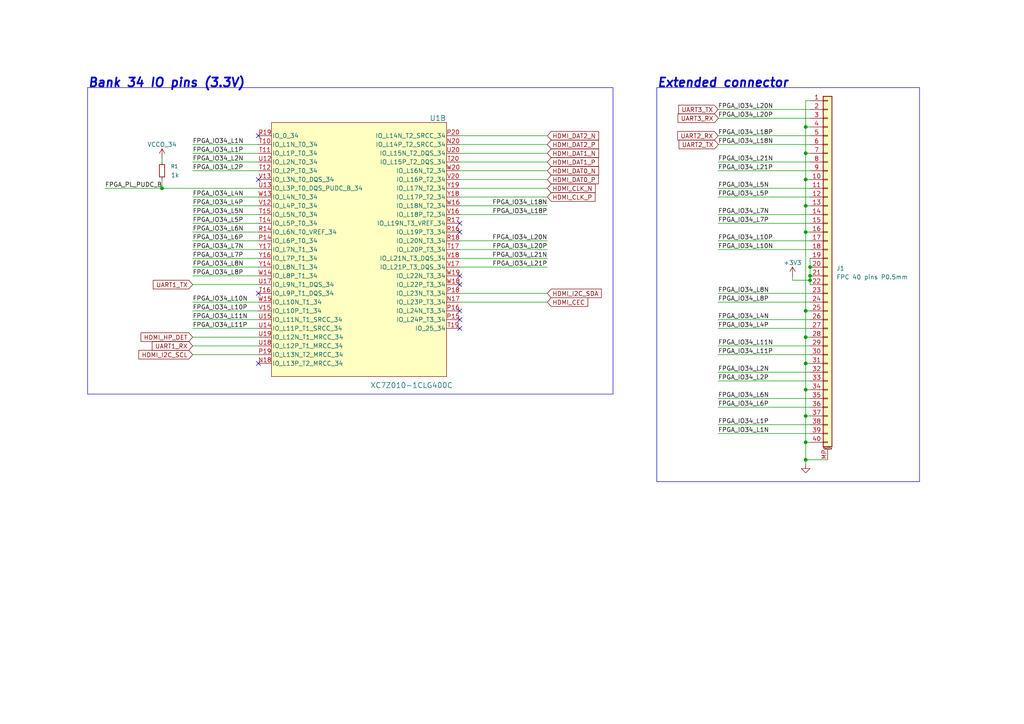
<source format=kicad_sch>
(kicad_sch (version 20250114) (generator "eeschema") (generator_version "9.0")
  (paper "A4")
  (title_block (title "FPGA Zynq7000 Dev Board") (date "2025-07-10") (rev "A"))
  (lib_symbols
    (symbol "Connector_Generic_MountingPin:Conn_01x40_MountingPin" (pin_names (offset 1.016) (hide yes))
      (property "Reference" "J" (at 0 50.8 0))
      (property "Value" "Conn_01x40_MountingPin" (at 1.27 -53.34 0))
      (symbol "Conn_01x40_MountingPin_1_1"
        (text "Mounting" (at 0 -52.451 0) (effects (font (size 0.381 0.381))))
        (pin passive line (at -5.08 48.26 0) (length 3.81) (name "Pin_1") (number "1"))
        (pin passive line (at -5.08 45.72 0) (length 3.81) (name "Pin_2") (number "2"))
        (pin passive line (at -5.08 43.18 0) (length 3.81) (name "Pin_3") (number "3"))
        (pin passive line (at -5.08 40.64 0) (length 3.81) (name "Pin_4") (number "4"))
        (pin passive line (at -5.08 38.1 0) (length 3.81) (name "Pin_5") (number "5"))
        (pin passive line (at -5.08 35.56 0) (length 3.81) (name "Pin_6") (number "6"))
        (pin passive line (at -5.08 33.02 0) (length 3.81) (name "Pin_7") (number "7"))
        (pin passive line (at -5.08 30.48 0) (length 3.81) (name "Pin_8") (number "8"))
        (pin passive line (at -5.08 27.94 0) (length 3.81) (name "Pin_9") (number "9"))
        (pin passive line (at -5.08 25.4 0) (length 3.81) (name "Pin_10") (number "10"))
        (pin passive line (at -5.08 22.86 0) (length 3.81) (name "Pin_11") (number "11"))
        (pin passive line (at -5.08 20.32 0) (length 3.81) (name "Pin_12") (number "12"))
        (pin passive line (at -5.08 17.78 0) (length 3.81) (name "Pin_13") (number "13"))
        (pin passive line (at -5.08 15.24 0) (length 3.81) (name "Pin_14") (number "14"))
        (pin passive line (at -5.08 12.7 0) (length 3.81) (name "Pin_15") (number "15"))
        (pin passive line (at -5.08 10.16 0) (length 3.81) (name "Pin_16") (number "16"))
        (pin passive line (at -5.08 7.62 0) (length 3.81) (name "Pin_17") (number "17"))
        (pin passive line (at -5.08 5.08 0) (length 3.81) (name "Pin_18") (number "18"))
        (pin passive line (at -5.08 2.54 0) (length 3.81) (name "Pin_19") (number "19"))
        (pin passive line (at -5.08 0 0) (length 3.81) (name "Pin_20") (number "20"))
        (pin passive line (at -5.08 -2.54 0) (length 3.81) (name "Pin_21") (number "21"))
        (pin passive line (at -5.08 -5.08 0) (length 3.81) (name "Pin_22") (number "22"))
        (pin passive line (at -5.08 -7.62 0) (length 3.81) (name "Pin_23") (number "23"))
        (pin passive line (at -5.08 -10.16 0) (length 3.81) (name "Pin_24") (number "24"))
        (pin passive line (at -5.08 -12.7 0) (length 3.81) (name "Pin_25") (number "25"))
        (pin passive line (at -5.08 -15.24 0) (length 3.81) (name "Pin_26") (number "26"))
        (pin passive line (at -5.08 -17.78 0) (length 3.81) (name "Pin_27") (number "27"))
        (pin passive line (at -5.08 -20.32 0) (length 3.81) (name "Pin_28") (number "28"))
        (pin passive line (at -5.08 -22.86 0) (length 3.81) (name "Pin_29") (number "29"))
        (pin passive line (at -5.08 -25.4 0) (length 3.81) (name "Pin_30") (number "30"))
        (pin passive line (at -5.08 -27.94 0) (length 3.81) (name "Pin_31") (number "31"))
        (pin passive line (at -5.08 -30.48 0) (length 3.81) (name "Pin_32") (number "32"))
        (pin passive line (at -5.08 -33.02 0) (length 3.81) (name "Pin_33") (number "33"))
        (pin passive line (at -5.08 -35.56 0) (length 3.81) (name "Pin_34") (number "34"))
        (pin passive line (at -5.08 -38.1 0) (length 3.81) (name "Pin_35") (number "35"))
        (pin passive line (at -5.08 -40.64 0) (length 3.81) (name "Pin_36") (number "36"))
        (pin passive line (at -5.08 -43.18 0) (length 3.81) (name "Pin_37") (number "37"))
        (pin passive line (at -5.08 -45.72 0) (length 3.81) (name "Pin_38") (number "38"))
        (pin passive line (at -5.08 -48.26 0) (length 3.81) (name "Pin_39") (number "39"))
        (pin passive line (at -5.08 -50.8 0) (length 3.81) (name "Pin_40") (number "40"))
        (pin passive line (at 0 -55.88 90) (length 3.048) (name "MountPin") (number "MP"))
      )
    )
    (symbol "Custom:XC7Z010-1CLG400C" (pin_names (offset 0.254))
      (symbol "XC7Z010-1CLG400C_1_1"
        (pin input line (at -3.81 -3.81 0) (length 3.81) (name "CFGBVS_0") (number "M6"))
        (pin bidirectional line (at -3.81 -6.35 0) (length 3.81) (name "INIT_B_0") (number "R10"))
        (pin input line (at -3.81 -8.89 0) (length 3.81) (name "PROGRAM_B_0") (number "L6"))
        (pin bidirectional line (at -3.81 -11.43 0) (length 3.81) (name "DONE_0") (number "R11"))
        (pin input line (at -3.81 -15.24 0) (length 3.81) (name "TCK_0") (number "F9"))
        (pin output line (at -3.81 -17.78 0) (length 3.81) (name "TDO_0") (number "F6"))
        (pin input line (at -3.81 -20.32 0) (length 3.81) (name "TDI_0") (number "G6"))
        (pin input line (at -3.81 -22.86 0) (length 3.81) (name "TMS_0") (number "J6"))
        (pin input line (at 41.91 -3.81 180) (length 3.81) (name "PS_CLK_500") (number "E7"))
        (pin input line (at 41.91 -6.35 180) (length 3.81) (name "PS_POR_B_500") (number "C7"))
        (pin input line (at 41.91 -8.89 180) (length 3.81) (name "PS_SRST_B_501") (number "B10"))
      )
      (symbol "XC7Z010-1CLG400C_2_1"
        (pin bidirectional line (at -3.81 -3.81 0) (length 3.81) (name "IO_0_34") (number "R19"))
        (pin bidirectional line (at -3.81 -6.35 0) (length 3.81) (name "IO_L1N_T0_34") (number "T10"))
        (pin bidirectional line (at -3.81 -8.89 0) (length 3.81) (name "IO_L1P_T0_34") (number "T11"))
        (pin bidirectional line (at -3.81 -11.43 0) (length 3.81) (name "IO_L2N_T0_34") (number "U12"))
        (pin bidirectional line (at -3.81 -13.97 0) (length 3.81) (name "IO_L2P_T0_34") (number "T12"))
        (pin bidirectional line (at -3.81 -16.51 0) (length 3.81) (name "IO_L3N_T0_DQS_34") (number "V13"))
        (pin bidirectional line (at -3.81 -19.05 0) (length 3.81) (name "IO_L3P_T0_DQS_PUDC_B_34") (number "U13"))
        (pin bidirectional line (at -3.81 -21.59 0) (length 3.81) (name "IO_L4N_T0_34") (number "W13"))
        (pin bidirectional line (at -3.81 -24.13 0) (length 3.81) (name "IO_L4P_T0_34") (number "V12"))
        (pin bidirectional line (at -3.81 -26.67 0) (length 3.81) (name "IO_L5N_T0_34") (number "T15"))
        (pin bidirectional line (at -3.81 -29.21 0) (length 3.81) (name "IO_L5P_T0_34") (number "T14"))
        (pin bidirectional line (at -3.81 -31.75 0) (length 3.81) (name "IO_L6N_T0_VREF_34") (number "R14"))
        (pin bidirectional line (at -3.81 -34.29 0) (length 3.81) (name "IO_L6P_T0_34") (number "P14"))
        (pin bidirectional line (at -3.81 -36.83 0) (length 3.81) (name "IO_L7N_T1_34") (number "Y17"))
        (pin bidirectional line (at -3.81 -39.37 0) (length 3.81) (name "IO_L7P_T1_34") (number "Y16"))
        (pin bidirectional line (at -3.81 -41.91 0) (length 3.81) (name "IO_L8N_T1_34") (number "Y14"))
        (pin bidirectional line (at -3.81 -44.45 0) (length 3.81) (name "IO_L8P_T1_34") (number "W14"))
        (pin bidirectional line (at -3.81 -46.99 0) (length 3.81) (name "IO_L9N_T1_DQS_34") (number "U17"))
        (pin bidirectional line (at -3.81 -49.53 0) (length 3.81) (name "IO_L9P_T1_DQS_34") (number "T16"))
        (pin bidirectional line (at -3.81 -52.07 0) (length 3.81) (name "IO_L10N_T1_34") (number "W15"))
        (pin bidirectional line (at -3.81 -54.61 0) (length 3.81) (name "IO_L10P_T1_34") (number "V15"))
        (pin bidirectional line (at -3.81 -57.15 0) (length 3.81) (name "IO_L11N_T1_SRCC_34") (number "U15"))
        (pin bidirectional line (at -3.81 -59.69 0) (length 3.81) (name "IO_L11P_T1_SRCC_34") (number "U14"))
        (pin bidirectional line (at -3.81 -62.23 0) (length 3.81) (name "IO_L12N_T1_MRCC_34") (number "U19"))
        (pin bidirectional line (at -3.81 -64.77 0) (length 3.81) (name "IO_L12P_T1_MRCC_34") (number "U18"))
        (pin bidirectional line (at -3.81 -67.31 0) (length 3.81) (name "IO_L13N_T2_MRCC_34") (number "P19"))
        (pin bidirectional line (at -3.81 -69.85 0) (length 3.81) (name "IO_L13P_T2_MRCC_34") (number "N18"))
        (pin bidirectional line (at 54.61 -3.81 180) (length 3.81) (name "IO_L14N_T2_SRCC_34") (number "P20"))
        (pin bidirectional line (at 54.61 -6.35 180) (length 3.81) (name "IO_L14P_T2_SRCC_34") (number "N20"))
        (pin bidirectional line (at 54.61 -8.89 180) (length 3.81) (name "IO_L15N_T2_DQS_34") (number "U20"))
        (pin bidirectional line (at 54.61 -11.43 180) (length 3.81) (name "IO_L15P_T2_DQS_34") (number "T20"))
        (pin bidirectional line (at 54.61 -13.97 180) (length 3.81) (name "IO_L16N_T2_34") (number "W20"))
        (pin bidirectional line (at 54.61 -16.51 180) (length 3.81) (name "IO_L16P_T2_34") (number "V20"))
        (pin bidirectional line (at 54.61 -19.05 180) (length 3.81) (name "IO_L17N_T2_34") (number "Y19"))
        (pin bidirectional line (at 54.61 -21.59 180) (length 3.81) (name "IO_L17P_T2_34") (number "Y18"))
        (pin bidirectional line (at 54.61 -24.13 180) (length 3.81) (name "IO_L18N_T2_34") (number "W16"))
        (pin bidirectional line (at 54.61 -26.67 180) (length 3.81) (name "IO_L18P_T2_34") (number "V16"))
        (pin bidirectional line (at 54.61 -29.21 180) (length 3.81) (name "IO_L19N_T3_VREF_34") (number "R17"))
        (pin bidirectional line (at 54.61 -31.75 180) (length 3.81) (name "IO_L19P_T3_34") (number "R16"))
        (pin bidirectional line (at 54.61 -34.29 180) (length 3.81) (name "IO_L20N_T3_34") (number "R18"))
        (pin bidirectional line (at 54.61 -36.83 180) (length 3.81) (name "IO_L20P_T3_34") (number "T17"))
        (pin bidirectional line (at 54.61 -39.37 180) (length 3.81) (name "IO_L21N_T3_DQS_34") (number "V18"))
        (pin bidirectional line (at 54.61 -41.91 180) (length 3.81) (name "IO_L21P_T3_DQS_34") (number "V17"))
        (pin bidirectional line (at 54.61 -44.45 180) (length 3.81) (name "IO_L22N_T3_34") (number "W19"))
        (pin bidirectional line (at 54.61 -46.99 180) (length 3.81) (name "IO_L22P_T3_34") (number "W18"))
        (pin bidirectional line (at 54.61 -49.53 180) (length 3.81) (name "IO_L23N_T3_34") (number "P18"))
        (pin bidirectional line (at 54.61 -52.07 180) (length 3.81) (name "IO_L23P_T3_34") (number "N17"))
        (pin bidirectional line (at 54.61 -54.61 180) (length 3.81) (name "IO_L24N_T3_34") (number "P16"))
        (pin bidirectional line (at 54.61 -57.15 180) (length 3.81) (name "IO_L24P_T3_34") (number "P15"))
        (pin bidirectional line (at 54.61 -59.69 180) (length 3.81) (name "IO_25_34") (number "T19"))
      )
      (symbol "XC7Z010-1CLG400C_3_1"
        (pin output line (at -3.81 -3.81 0) (length 3.81) (name "PS_DDR_A0_502") (number "N2"))
        (pin output line (at -3.81 -6.35 0) (length 3.81) (name "PS_DDR_A1_502") (number "K2"))
        (pin output line (at -3.81 -8.89 0) (length 3.81) (name "PS_DDR_A2_502") (number "M3"))
        (pin output line (at -3.81 -11.43 0) (length 3.81) (name "PS_DDR_A3_502") (number "K3"))
        (pin output line (at -3.81 -13.97 0) (length 3.81) (name "PS_DDR_A4_502") (number "M4"))
        (pin output line (at -3.81 -16.51 0) (length 3.81) (name "PS_DDR_A5_502") (number "L1"))
        (pin output line (at -3.81 -19.05 0) (length 3.81) (name "PS_DDR_A6_502") (number "L4"))
        (pin output line (at -3.81 -21.59 0) (length 3.81) (name "PS_DDR_A7_502") (number "K4"))
        (pin output line (at -3.81 -24.13 0) (length 3.81) (name "PS_DDR_A8_502") (number "K1"))
        (pin output line (at -3.81 -26.67 0) (length 3.81) (name "PS_DDR_A9_502") (number "J4"))
        (pin output line (at -3.81 -29.21 0) (length 3.81) (name "PS_DDR_A10_502") (number "F5"))
        (pin output line (at -3.81 -31.75 0) (length 3.81) (name "PS_DDR_A11_502") (number "G4"))
        (pin output line (at -3.81 -34.29 0) (length 3.81) (name "PS_DDR_A12_502") (number "E4"))
        (pin output line (at -3.81 -36.83 0) (length 3.81) (name "PS_DDR_A13_502") (number "D4"))
        (pin output line (at -3.81 -39.37 0) (length 3.81) (name "PS_DDR_A14_502") (number "F4"))
        (pin output line (at -3.81 -41.91 0) (length 3.81) (name "PS_DDR_BA0_502") (number "L5"))
        (pin output line (at -3.81 -44.45 0) (length 3.81) (name "PS_DDR_BA1_502") (number "R4"))
        (pin output line (at -3.81 -46.99 0) (length 3.81) (name "PS_DDR_BA2_502") (number "J5"))
        (pin output line (at -3.81 -49.53 0) (length 3.81) (name "PS_DDR_CAS_B_502") (number "P5"))
        (pin output line (at -3.81 -52.07 0) (length 3.81) (name "PS_DDR_CKE_502") (number "N3"))
        (pin output line (at -3.81 -54.61 0) (length 3.81) (name "PS_DDR_CKN_502") (number "M2"))
        (pin output line (at -3.81 -57.15 0) (length 3.81) (name "PS_DDR_CKP_502") (number "L2"))
        (pin output line (at -3.81 -59.69 0) (length 3.81) (name "PS_DDR_CS_B_502") (number "N1"))
        (pin output line (at -3.81 -62.23 0) (length 3.81) (name "PS_DDR_DM0_502") (number "A1"))
        (pin output line (at -3.81 -64.77 0) (length 3.81) (name "PS_DDR_DM1_502") (number "F1"))
        (pin output line (at -3.81 -67.31 0) (length 3.81) (name "PS_DDR_DM2_502") (number "T1"))
        (pin output line (at -3.81 -69.85 0) (length 3.81) (name "PS_DDR_DM3_502") (number "Y1"))
        (pin output line (at -3.81 -72.39 0) (length 3.81) (name "PS_DDR_DRST_B_502") (number "B4"))
        (pin output line (at -3.81 -74.93 0) (length 3.81) (name "PS_DDR_ODT_502") (number "N5"))
        (pin output line (at -3.81 -77.47 0) (length 3.81) (name "PS_DDR_RAS_B_502") (number "P4"))
        (pin output line (at -3.81 -80.01 0) (length 3.81) (name "PS_DDR_VRN_502") (number "G5"))
        (pin output line (at -3.81 -82.55 0) (length 3.81) (name "PS_DDR_VRP_502") (number "H5"))
        (pin output line (at -3.81 -85.09 0) (length 3.81) (name "PS_DDR_WE_B_502") (number "M5"))
        (pin bidirectional line (at -3.81 -87.63 0) (length 3.81) (name "PS_DDR_DQS_N0_502") (number "B2"))
        (pin bidirectional line (at -3.81 -90.17 0) (length 3.81) (name "PS_DDR_DQS_P0_502") (number "C2"))
        (pin bidirectional line (at -3.81 -92.71 0) (length 3.81) (name "PS_DDR_DQS_N1_502") (number "F2"))
        (pin bidirectional line (at -3.81 -95.25 0) (length 3.81) (name "PS_DDR_DQS_P1_502") (number "G2"))
        (pin bidirectional line (at -3.81 -97.79 0) (length 3.81) (name "PS_DDR_DQS_N2_502") (number "T2"))
        (pin bidirectional line (at -3.81 -100.33 0) (length 3.81) (name "PS_DDR_DQS_P2_502") (number "R2"))
        (pin bidirectional line (at -3.81 -102.87 0) (length 3.81) (name "PS_DDR_DQS_N3_502") (number "W4"))
        (pin bidirectional line (at -3.81 -105.41 0) (length 3.81) (name "PS_DDR_DQS_P3_502") (number "W5"))
        (pin power_in line (at -3.81 -107.95 0) (length 3.81) (name "PS_DDR_VREF0_502") (number "H6"))
        (pin power_in line (at -3.81 -110.49 0) (length 3.81) (name "PS_DDR_VREF1_502") (number "P6"))
        (pin bidirectional line (at 54.61 -3.81 180) (length 3.81) (name "PS_DDR_DQ0_502") (number "C3"))
        (pin bidirectional line (at 54.61 -6.35 180) (length 3.81) (name "PS_DDR_DQ1_502") (number "B3"))
        (pin bidirectional line (at 54.61 -8.89 180) (length 3.81) (name "PS_DDR_DQ2_502") (number "A2"))
        (pin bidirectional line (at 54.61 -11.43 180) (length 3.81) (name "PS_DDR_DQ3_502") (number "A4"))
        (pin bidirectional line (at 54.61 -13.97 180) (length 3.81) (name "PS_DDR_DQ4_502") (number "D3"))
        (pin bidirectional line (at 54.61 -16.51 180) (length 3.81) (name "PS_DDR_DQ5_502") (number "D1"))
        (pin bidirectional line (at 54.61 -19.05 180) (length 3.81) (name "PS_DDR_DQ6_502") (number "C1"))
        (pin bidirectional line (at 54.61 -21.59 180) (length 3.81) (name "PS_DDR_DQ7_502") (number "E1"))
        (pin bidirectional line (at 54.61 -24.13 180) (length 3.81) (name "PS_DDR_DQ8_502") (number "E2"))
        (pin bidirectional line (at 54.61 -26.67 180) (length 3.81) (name "PS_DDR_DQ9_502") (number "E3"))
        (pin bidirectional line (at 54.61 -29.21 180) (length 3.81) (name "PS_DDR_DQ10_502") (number "G3"))
        (pin bidirectional line (at 54.61 -31.75 180) (length 3.81) (name "PS_DDR_DQ11_502") (number "H3"))
        (pin bidirectional line (at 54.61 -34.29 180) (length 3.81) (name "PS_DDR_DQ12_502") (number "J3"))
        (pin bidirectional line (at 54.61 -36.83 180) (length 3.81) (name "PS_DDR_DQ13_502") (number "H2"))
        (pin bidirectional line (at 54.61 -39.37 180) (length 3.81) (name "PS_DDR_DQ14_502") (number "H1"))
        (pin bidirectional line (at 54.61 -41.91 180) (length 3.81) (name "PS_DDR_DQ15_502") (number "J1"))
        (pin bidirectional line (at 54.61 -44.45 180) (length 3.81) (name "PS_DDR_DQ16_502") (number "P1"))
        (pin bidirectional line (at 54.61 -46.99 180) (length 3.81) (name "PS_DDR_DQ17_502") (number "P3"))
        (pin bidirectional line (at 54.61 -49.53 180) (length 3.81) (name "PS_DDR_DQ18_502") (number "R3"))
        (pin bidirectional line (at 54.61 -52.07 180) (length 3.81) (name "PS_DDR_DQ19_502") (number "R1"))
        (pin bidirectional line (at 54.61 -54.61 180) (length 3.81) (name "PS_DDR_DQ20_502") (number "T4"))
        (pin bidirectional line (at 54.61 -57.15 180) (length 3.81) (name "PS_DDR_DQ21_502") (number "U4"))
        (pin bidirectional line (at 54.61 -59.69 180) (length 3.81) (name "PS_DDR_DQ22_502") (number "U2"))
        (pin bidirectional line (at 54.61 -62.23 180) (length 3.81) (name "PS_DDR_DQ23_502") (number "U3"))
        (pin bidirectional line (at 54.61 -64.77 180) (length 3.81) (name "PS_DDR_DQ24_502") (number "V1"))
        (pin bidirectional line (at 54.61 -67.31 180) (length 3.81) (name "PS_DDR_DQ25_502") (number "Y3"))
        (pin bidirectional line (at 54.61 -69.85 180) (length 3.81) (name "PS_DDR_DQ26_502") (number "W1"))
        (pin bidirectional line (at 54.61 -72.39 180) (length 3.81) (name "PS_DDR_DQ27_502") (number "Y4"))
        (pin bidirectional line (at 54.61 -74.93 180) (length 3.81) (name "PS_DDR_DQ28_502") (number "Y2"))
        (pin bidirectional line (at 54.61 -77.47 180) (length 3.81) (name "PS_DDR_DQ29_502") (number "W3"))
        (pin bidirectional line (at 54.61 -80.01 180) (length 3.81) (name "PS_DDR_DQ30_502") (number "V2"))
        (pin bidirectional line (at 54.61 -82.55 180) (length 3.81) (name "PS_DDR_DQ31_502") (number "V3"))
      )
      (symbol "XC7Z010-1CLG400C_4_1"
        (pin power_in line (at -3.81 -2.54 0) (length 3.81) (name "VCCPINT") (number "G7"))
        (pin power_in line (at -3.81 -5.08 0) (length 3.81) (name "VCCPINT") (number "N7"))
        (pin power_in line (at -3.81 -7.62 0) (length 3.81) (name "VCCPINT") (number "L7"))
        (pin power_in line (at -3.81 -10.16 0) (length 3.81) (name "VCCPINT") (number "R7"))
        (pin power_in line (at -3.81 -12.7 0) (length 3.81) (name "VCCPINT") (number "J7"))
        (pin power_in line (at -3.81 -15.24 0) (length 3.81) (name "VCCPINT") (number "P8"))
        (pin power_in line (at -3.81 -17.78 0) (length 3.81) (name "VCCINT") (number "J13"))
        (pin power_in line (at -3.81 -20.32 0) (length 3.81) (name "VCCINT") (number "G13"))
        (pin power_in line (at -3.81 -22.86 0) (length 3.81) (name "VCCINT") (number "H12"))
        (pin power_in line (at -3.81 -25.4 0) (length 3.81) (name "VCCINT") (number "R13"))
        (pin power_in line (at -3.81 -27.94 0) (length 3.81) (name "VCCINT") (number "K12"))
        (pin power_in line (at -3.81 -30.48 0) (length 3.81) (name "VCCINT") (number "L13"))
        (pin power_in line (at -3.81 -33.02 0) (length 3.81) (name "VCCINT") (number "M12"))
        (pin power_in line (at -3.81 -35.56 0) (length 3.81) (name "VCCINT") (number "N13"))
        (pin power_in line (at -3.81 -38.1 0) (length 3.81) (name "VCCINT") (number "P12"))
        (pin power_in line (at -3.81 -40.64 0) (length 3.81) (name "VCCBRAM") (number "G11"))
        (pin power_in line (at -3.81 -43.18 0) (length 3.81) (name "VCCBRAM") (number "H10"))
        (pin power_in line (at -3.81 -53.34 0) (length 3.81) (name "VCCO_MIO0_500") (number "D7"))
        (pin power_in line (at -3.81 -55.88 0) (length 3.81) (name "VCCO_MIO0_500") (number "B6"))
        (pin power_in line (at -3.81 -58.42 0) (length 3.81) (name "VCCO_34") (number "N19"))
        (pin power_in line (at -3.81 -60.96 0) (length 3.81) (name "VCCO_34") (number "R15"))
        (pin power_in line (at -3.81 -63.5 0) (length 3.81) (name "VCCO_34") (number "T18"))
        (pin power_in line (at -3.81 -66.04 0) (length 3.81) (name "VCCO_34") (number "V14"))
        (pin power_in line (at -3.81 -68.58 0) (length 3.81) (name "VCCO_34") (number "W17"))
        (pin power_in line (at -3.81 -71.12 0) (length 3.81) (name "VCCO_34") (number "Y20"))
        (pin power_in line (at -3.81 -73.66 0) (length 3.81) (name "VCCO_13") (number "U11"))
        (pin power_in line (at -3.81 -76.2 0) (length 3.81) (name "VCCO_13") (number "T8"))
        (pin power_in line (at -3.81 -78.74 0) (length 3.81) (name "VCCO_13") (number "Y10"))
        (pin power_in line (at -3.81 -81.28 0) (length 3.81) (name "VCCO_13") (number "W7"))
        (pin power_in line (at -3.81 -83.82 0) (length 3.81) (name "VCCO_0") (number "K6"))
        (pin power_in line (at -3.81 -86.36 0) (length 3.81) (name "RSVDVCC1") (number "T6"))
        (pin power_in line (at -3.81 -88.9 0) (length 3.81) (name "RSVDVCC2") (number "R6"))
        (pin power_in line (at -3.81 -91.44 0) (length 3.81) (name "RSVDVCC3") (number "N6"))
        (pin power_in line (at 35.56 -2.54 180) (length 3.81) (name "VCCAUX") (number "L11"))
        (pin power_in line (at 35.56 -5.08 180) (length 3.81) (name "VCCAUX") (number "N9"))
        (pin power_in line (at 35.56 -7.62 180) (length 3.81) (name "VCCAUX") (number "R9"))
        (pin power_in line (at 35.56 -10.16 180) (length 3.81) (name "VCCAUX") (number "J11"))
        (pin power_in line (at 35.56 -12.7 180) (length 3.81) (name "VCCAUX") (number "P10"))
        (pin power_in line (at 35.56 -15.24 180) (length 3.81) (name "VCCAUX") (number "N11"))
        (pin power_in line (at 35.56 -17.78 180) (length 3.81) (name "VCCPAUX") (number "K8"))
        (pin power_in line (at 35.56 -20.32 180) (length 3.81) (name "VCCPAUX") (number "H8"))
        (pin power_in line (at 35.56 -22.86 180) (length 3.81) (name "VCCPAUX") (number "G9"))
        (pin power_in line (at 35.56 -25.4 180) (length 3.81) (name "VCCPAUX") (number "M8"))
        (pin power_in line (at 35.56 -27.94 180) (length 3.81) (name "VCCPAUX") (number "F8"))
        (pin power_in line (at 35.56 -30.48 180) (length 3.81) (name "VCCO_MIO1_501") (number "A13"))
        (pin power_in line (at 35.56 -33.02 180) (length 3.81) (name "VCCO_MIO1_501") (number "E15"))
        (pin power_in line (at 35.56 -35.56 180) (length 3.81) (name "VCCO_MIO1_501") (number "D12"))
        (pin power_in line (at 35.56 -38.1 180) (length 3.81) (name "VCCO_MIO1_501") (number "B16"))
        (pin power_in line (at 35.56 -40.64 180) (length 3.81) (name "VCCO_35") (number "K20"))
        (pin power_in line (at 35.56 -43.18 180) (length 3.81) (name "VCCO_35") (number "M16"))
        (pin power_in line (at 35.56 -45.72 180) (length 3.81) (name "VCCO_35") (number "C19"))
        (pin power_in line (at 35.56 -48.26 180) (length 3.81) (name "VCCO_35") (number "F18"))
        (pin power_in line (at 35.56 -50.8 180) (length 3.81) (name "VCCO_35") (number "H14"))
        (pin power_in line (at 35.56 -53.34 180) (length 3.81) (name "VCCO_35") (number "J17"))
        (pin power_in line (at 35.56 -58.42 180) (length 3.81) (name "VCCPLL") (number "G8"))
        (pin power_in line (at 35.56 -68.58 180) (length 3.81) (name "VCCO_DDR_502") (number "U1"))
        (pin power_in line (at 35.56 -71.12 180) (length 3.81) (name "VCCO_DDR_502") (number "R5"))
        (pin power_in line (at 35.56 -73.66 180) (length 3.81) (name "VCCO_DDR_502") (number "P2"))
        (pin power_in line (at 35.56 -76.2 180) (length 3.81) (name "VCCO_DDR_502") (number "L3"))
        (pin power_in line (at 35.56 -78.74 180) (length 3.81) (name "VCCO_DDR_502") (number "A3"))
        (pin power_in line (at 35.56 -81.28 180) (length 3.81) (name "VCCO_DDR_502") (number "V4"))
        (pin power_in line (at 35.56 -83.82 180) (length 3.81) (name "VCCO_DDR_502") (number "D2"))
        (pin power_in line (at 35.56 -86.36 180) (length 3.81) (name "VCCO_DDR_502") (number "E5"))
        (pin power_in line (at 35.56 -88.9 180) (length 3.81) (name "VCCO_DDR_502") (number "G1"))
        (pin power_in line (at 35.56 -91.44 180) (length 3.81) (name "VCCO_DDR_502") (number "H4"))
      )
      (symbol "XC7Z010-1CLG400C_5_1"
        (pin power_in line (at -3.81 -3.81 0) (length 3.81) (name "VCCADC_0") (number "J9"))
        (pin power_in line (at -3.81 -6.35 0) (length 3.81) (name "VREFP_0") (number "L9"))
        (pin power_in line (at -3.81 -8.89 0) (length 3.81) (name "VREFN_0") (number "K10"))
        (pin input line (at -3.81 -11.43 0) (length 3.81) (name "VP_0") (number "K9"))
        (pin input line (at -3.81 -13.97 0) (length 3.81) (name "VN_0") (number "L10"))
        (pin power_in line (at -3.81 -21.59 0) (length 3.81) (name "GNDADC_0") (number "J10"))
        (pin passive line (at 29.21 -3.81 180) (length 3.81) (name "DXP_0") (number "M9"))
        (pin passive line (at 29.21 -6.35 180) (length 3.81) (name "DXN_0") (number "M10"))
      )
      (symbol "XC7Z010-1CLG400C_6_1"
        (pin bidirectional line (at -3.81 -3.81 0) (length 3.81) (name "IO_0_35") (number "G14"))
        (pin bidirectional line (at -3.81 -6.35 0) (length 3.81) (name "IO_L1N_T0_AD0N_35") (number "B20"))
        (pin bidirectional line (at -3.81 -8.89 0) (length 3.81) (name "IO_L1P_T0_AD0P_35") (number "C20"))
        (pin bidirectional line (at -3.81 -11.43 0) (length 3.81) (name "IO_L2N_T0_AD8N_35") (number "A20"))
        (pin bidirectional line (at -3.81 -13.97 0) (length 3.81) (name "IO_L2P_T0_AD8P_35") (number "B19"))
        (pin bidirectional line (at -3.81 -16.51 0) (length 3.81) (name "IO_L3N_T0_DQS_AD1N_35") (number "D18"))
        (pin bidirectional line (at -3.81 -19.05 0) (length 3.81) (name "IO_L3P_T0_DQS_AD1P_35") (number "E17"))
        (pin bidirectional line (at -3.81 -21.59 0) (length 3.81) (name "IO_L4N_T0_35") (number "D20"))
        (pin bidirectional line (at -3.81 -24.13 0) (length 3.81) (name "IO_L4P_T0_35") (number "D19"))
        (pin bidirectional line (at -3.81 -26.67 0) (length 3.81) (name "IO_L5N_T0_AD9N_35") (number "E19"))
        (pin bidirectional line (at -3.81 -29.21 0) (length 3.81) (name "IO_L5P_T0_AD9P_35") (number "E18"))
        (pin bidirectional line (at -3.81 -31.75 0) (length 3.81) (name "IO_L6N_T0_VREF_35") (number "F17"))
        (pin bidirectional line (at -3.81 -34.29 0) (length 3.81) (name "IO_L6P_T0_35") (number "F16"))
        (pin bidirectional line (at -3.81 -36.83 0) (length 3.81) (name "IO_L7N_T1_AD2N_35") (number "M20"))
        (pin bidirectional line (at -3.81 -39.37 0) (length 3.81) (name "IO_L7P_T1_AD2P_35") (number "M19"))
        (pin bidirectional line (at -3.81 -41.91 0) (length 3.81) (name "IO_L8N_T1_AD10N_35") (number "M18"))
        (pin bidirectional line (at -3.81 -44.45 0) (length 3.81) (name "IO_L8P_T1_AD10P_35") (number "M17"))
        (pin bidirectional line (at -3.81 -46.99 0) (length 3.81) (name "IO_L9N_T1_DQS_AD3N_35") (number "L20"))
        (pin bidirectional line (at -3.81 -49.53 0) (length 3.81) (name "IO_L9P_T1_DQS_AD3P_35") (number "L19"))
        (pin bidirectional line (at -3.81 -52.07 0) (length 3.81) (name "IO_L10N_T1_AD11N_35") (number "J19"))
        (pin bidirectional line (at -3.81 -54.61 0) (length 3.81) (name "IO_L10P_T1_AD11P_35") (number "K19"))
        (pin bidirectional line (at -3.81 -57.15 0) (length 3.81) (name "IO_L11N_T1_SRCC_35") (number "L17"))
        (pin bidirectional line (at -3.81 -59.69 0) (length 3.81) (name "IO_L11P_T1_SRCC_35") (number "L16"))
        (pin bidirectional line (at -3.81 -62.23 0) (length 3.81) (name "IO_L12N_T1_MRCC_35") (number "K18"))
        (pin bidirectional line (at -3.81 -64.77 0) (length 3.81) (name "IO_L12P_T1_MRCC_35") (number "K17"))
        (pin bidirectional line (at 54.61 -3.81 180) (length 3.81) (name "IO_L13N_T2_MRCC_35") (number "H17"))
        (pin bidirectional line (at 54.61 -6.35 180) (length 3.81) (name "IO_L13P_T2_MRCC_35") (number "H16"))
        (pin bidirectional line (at 54.61 -8.89 180) (length 3.81) (name "IO_L14N_T2_AD4N_SRCC_35") (number "H18"))
        (pin bidirectional line (at 54.61 -11.43 180) (length 3.81) (name "IO_L14P_T2_AD4P_SRCC_35") (number "J18"))
        (pin bidirectional line (at 54.61 -13.97 180) (length 3.81) (name "IO_L15N_T2_DQS_AD12N_35") (number "F20"))
        (pin bidirectional line (at 54.61 -16.51 180) (length 3.81) (name "IO_L15P_T2_DQS_AD12P_35") (number "F19"))
        (pin bidirectional line (at 54.61 -19.05 180) (length 3.81) (name "IO_L16N_T2_35") (number "G18"))
        (pin bidirectional line (at 54.61 -21.59 180) (length 3.81) (name "IO_L16P_T2_35") (number "G17"))
        (pin bidirectional line (at 54.61 -24.13 180) (length 3.81) (name "IO_L17N_T2_AD5N_35") (number "H20"))
        (pin bidirectional line (at 54.61 -26.67 180) (length 3.81) (name "IO_L17P_T2_AD5P_35") (number "J20"))
        (pin bidirectional line (at 54.61 -29.21 180) (length 3.81) (name "IO_L18N_T2_AD13N_35") (number "G20"))
        (pin bidirectional line (at 54.61 -31.75 180) (length 3.81) (name "IO_L18P_T2_AD13P_35") (number "G19"))
        (pin bidirectional line (at 54.61 -34.29 180) (length 3.81) (name "IO_L19N_T3_VREF_35") (number "G15"))
        (pin bidirectional line (at 54.61 -36.83 180) (length 3.81) (name "IO_L19P_T3_35") (number "H15"))
        (pin bidirectional line (at 54.61 -39.37 180) (length 3.81) (name "IO_L20N_T3_AD6N_35") (number "J14"))
        (pin bidirectional line (at 54.61 -41.91 180) (length 3.81) (name "IO_L20P_T3_AD6P_35") (number "K14"))
        (pin bidirectional line (at 54.61 -44.45 180) (length 3.81) (name "IO_L21N_T3_DQS_AD14N_35") (number "N16"))
        (pin bidirectional line (at 54.61 -46.99 180) (length 3.81) (name "IO_L21P_T3_DQS_AD14P_35") (number "N15"))
        (pin bidirectional line (at 54.61 -49.53 180) (length 3.81) (name "IO_L22N_T3_AD7N_35") (number "L15"))
        (pin bidirectional line (at 54.61 -52.07 180) (length 3.81) (name "IO_L22P_T3_AD7P_35") (number "L14"))
        (pin bidirectional line (at 54.61 -54.61 180) (length 3.81) (name "IO_L23N_T3_35") (number "M15"))
        (pin bidirectional line (at 54.61 -57.15 180) (length 3.81) (name "IO_L23P_T3_35") (number "M14"))
        (pin bidirectional line (at 54.61 -59.69 180) (length 3.81) (name "IO_L24N_T3_AD15N_35") (number "J16"))
        (pin bidirectional line (at 54.61 -62.23 180) (length 3.81) (name "IO_L24P_T3_AD15P_35") (number "K16"))
        (pin bidirectional line (at 54.61 -64.77 180) (length 3.81) (name "IO_25_35") (number "J15"))
      )
      (symbol "XC7Z010-1CLG400C_7_1"
        (pin bidirectional line (at -3.81 -5.08 0) (length 3.81) (name "PS_MIO0_500") (number "E6"))
        (pin bidirectional line (at -3.81 -7.62 0) (length 3.81) (name "PS_MIO1_500") (number "A7"))
        (pin bidirectional line (at -3.81 -10.16 0) (length 3.81) (name "PS_MIO2_500") (number "B8"))
        (pin bidirectional line (at -3.81 -12.7 0) (length 3.81) (name "PS_MIO3_500") (number "D6"))
        (pin bidirectional line (at -3.81 -15.24 0) (length 3.81) (name "PS_MIO4_500") (number "B7"))
        (pin bidirectional line (at -3.81 -17.78 0) (length 3.81) (name "PS_MIO5_500") (number "A6"))
        (pin bidirectional line (at -3.81 -20.32 0) (length 3.81) (name "PS_MIO6_500") (number "A5"))
        (pin bidirectional line (at -3.81 -22.86 0) (length 3.81) (name "PS_MIO7_500") (number "D8"))
        (pin bidirectional line (at -3.81 -25.4 0) (length 3.81) (name "PS_MIO8_500") (number "D5"))
        (pin bidirectional line (at -3.81 -27.94 0) (length 3.81) (name "PS_MIO9_500") (number "B5"))
        (pin bidirectional line (at -3.81 -30.48 0) (length 3.81) (name "PS_MIO10_500") (number "E9"))
        (pin bidirectional line (at -3.81 -33.02 0) (length 3.81) (name "PS_MIO11_500") (number "C6"))
        (pin bidirectional line (at -3.81 -35.56 0) (length 3.81) (name "PS_MIO12_500") (number "D9"))
        (pin bidirectional line (at -3.81 -38.1 0) (length 3.81) (name "PS_MIO13_500") (number "E8"))
        (pin bidirectional line (at -3.81 -40.64 0) (length 3.81) (name "PS_MIO14_500") (number "C5"))
        (pin bidirectional line (at -3.81 -43.18 0) (length 3.81) (name "PS_MIO15_500") (number "C8"))
        (pin power_in line (at -3.81 -45.72 0) (length 3.81) (name "PS_MIO_VREF_501") (number "E11"))
        (pin bidirectional line (at 53.34 -5.08 180) (length 3.81) (name "PS_MIO16_501") (number "A19"))
        (pin bidirectional line (at 53.34 -7.62 180) (length 3.81) (name "PS_MIO17_501") (number "E14"))
        (pin bidirectional line (at 53.34 -10.16 180) (length 3.81) (name "PS_MIO18_501") (number "B18"))
        (pin bidirectional line (at 53.34 -12.7 180) (length 3.81) (name "PS_MIO19_501") (number "D10"))
        (pin bidirectional line (at 53.34 -15.24 180) (length 3.81) (name "PS_MIO20_501") (number "A17"))
        (pin bidirectional line (at 53.34 -17.78 180) (length 3.81) (name "PS_MIO21_501") (number "F14"))
        (pin bidirectional line (at 53.34 -20.32 180) (length 3.81) (name "PS_MIO22_501") (number "B17"))
        (pin bidirectional line (at 53.34 -22.86 180) (length 3.81) (name "PS_MIO23_501") (number "D11"))
        (pin bidirectional line (at 53.34 -25.4 180) (length 3.81) (name "PS_MIO24_501") (number "A16"))
        (pin bidirectional line (at 53.34 -27.94 180) (length 3.81) (name "PS_MIO25_501") (number "F15"))
        (pin bidirectional line (at 53.34 -30.48 180) (length 3.81) (name "PS_MIO26_501") (number "A15"))
        (pin bidirectional line (at 53.34 -33.02 180) (length 3.81) (name "PS_MIO27_501") (number "D13"))
        (pin bidirectional line (at 53.34 -35.56 180) (length 3.81) (name "PS_MIO28_501") (number "C16"))
        (pin bidirectional line (at 53.34 -38.1 180) (length 3.81) (name "PS_MIO29_501") (number "C13"))
        (pin bidirectional line (at 53.34 -40.64 180) (length 3.81) (name "PS_MIO30_501") (number "C15"))
        (pin bidirectional line (at 53.34 -43.18 180) (length 3.81) (name "PS_MIO31_501") (number "E16"))
        (pin bidirectional line (at 53.34 -45.72 180) (length 3.81) (name "PS_MIO32_501") (number "A14"))
        (pin bidirectional line (at 53.34 -48.26 180) (length 3.81) (name "PS_MIO33_501") (number "D15"))
        (pin bidirectional line (at 53.34 -50.8 180) (length 3.81) (name "PS_MIO34_501") (number "A12"))
        (pin bidirectional line (at 53.34 -53.34 180) (length 3.81) (name "PS_MIO35_501") (number "F12"))
        (pin bidirectional line (at 53.34 -55.88 180) (length 3.81) (name "PS_MIO36_501") (number "A11"))
        (pin bidirectional line (at 53.34 -58.42 180) (length 3.81) (name "PS_MIO37_501") (number "A10"))
        (pin bidirectional line (at 53.34 -60.96 180) (length 3.81) (name "PS_MIO38_501") (number "E13"))
        (pin bidirectional line (at 53.34 -63.5 180) (length 3.81) (name "PS_MIO39_501") (number "C18"))
        (pin bidirectional line (at 53.34 -66.04 180) (length 3.81) (name "PS_MIO40_501") (number "D14"))
        (pin bidirectional line (at 53.34 -68.58 180) (length 3.81) (name "PS_MIO41_501") (number "C17"))
        (pin bidirectional line (at 53.34 -71.12 180) (length 3.81) (name "PS_MIO42_501") (number "E12"))
        (pin bidirectional line (at 53.34 -73.66 180) (length 3.81) (name "PS_MIO43_501") (number "A9"))
        (pin bidirectional line (at 53.34 -76.2 180) (length 3.81) (name "PS_MIO44_501") (number "F13"))
        (pin bidirectional line (at 53.34 -78.74 180) (length 3.81) (name "PS_MIO45_501") (number "B15"))
        (pin bidirectional line (at 53.34 -81.28 180) (length 3.81) (name "PS_MIO46_501") (number "D16"))
        (pin bidirectional line (at 53.34 -83.82 180) (length 3.81) (name "PS_MIO47_501") (number "B14"))
        (pin bidirectional line (at 53.34 -86.36 180) (length 3.81) (name "PS_MIO48_501") (number "B12"))
        (pin bidirectional line (at 53.34 -88.9 180) (length 3.81) (name "PS_MIO49_501") (number "C12"))
        (pin bidirectional line (at 53.34 -91.44 180) (length 3.81) (name "PS_MIO50_501") (number "B13"))
        (pin bidirectional line (at 53.34 -93.98 180) (length 3.81) (name "PS_MIO51_501") (number "B9"))
        (pin bidirectional line (at 53.34 -96.52 180) (length 3.81) (name "PS_MIO52_501") (number "C10"))
        (pin bidirectional line (at 53.34 -99.06 180) (length 3.81) (name "PS_MIO53_501") (number "C11"))
      )
      (symbol "XC7Z010-1CLG400C_8_1"
        (pin power_in line (at -3.81 -2.54 0) (length 3.81) (name "VCCBATT_0") (number "F11"))
        (pin power_in line (at -3.81 -5.08 0) (length 3.81) (name "GND") (number "R12"))
        (pin power_in line (at -3.81 -7.62 0) (length 3.81) (name "GND") (number "R20"))
        (pin power_in line (at -3.81 -10.16 0) (length 3.81) (name "GND") (number "R8"))
        (pin power_in line (at -3.81 -12.7 0) (length 3.81) (name "GND") (number "T13"))
        (pin power_in line (at -3.81 -15.24 0) (length 3.81) (name "GND") (number "T3"))
        (pin power_in line (at -3.81 -17.78 0) (length 3.81) (name "GND") (number "T7"))
        (pin power_in line (at -3.81 -20.32 0) (length 3.81) (name "GND") (number "U16"))
        (pin power_in line (at -3.81 -22.86 0) (length 3.81) (name "GND") (number "U6"))
        (pin power_in line (at -3.81 -25.4 0) (length 3.81) (name "GND") (number "V19"))
        (pin power_in line (at -3.81 -27.94 0) (length 3.81) (name "GND") (number "V9"))
        (pin power_in line (at -3.81 -30.48 0) (length 3.81) (name "GND") (number "W12"))
        (pin power_in line (at -3.81 -33.02 0) (length 3.81) (name "GND") (number "W2"))
        (pin power_in line (at -3.81 -35.56 0) (length 3.81) (name "GND") (number "Y15"))
        (pin power_in line (at -3.81 -38.1 0) (length 3.81) (name "GND") (number "Y5"))
        (pin power_in line (at -3.81 -40.64 0) (length 3.81) (name "GND") (number "L8"))
        (pin power_in line (at -3.81 -43.18 0) (length 3.81) (name "GND") (number "M1"))
        (pin power_in line (at -3.81 -45.72 0) (length 3.81) (name "GND") (number "M11"))
        (pin power_in line (at -3.81 -48.26 0) (length 3.81) (name "GND") (number "M13"))
        (pin power_in line (at -3.81 -50.8 0) (length 3.81) (name "GND") (number "M7"))
        (pin power_in line (at -3.81 -53.34 0) (length 3.81) (name "GND") (number "N10"))
        (pin power_in line (at -3.81 -55.88 0) (length 3.81) (name "GND") (number "N12"))
        (pin power_in line (at -3.81 -58.42 0) (length 3.81) (name "GND") (number "N14"))
        (pin power_in line (at -3.81 -60.96 0) (length 3.81) (name "GND") (number "N4"))
        (pin power_in line (at -3.81 -63.5 0) (length 3.81) (name "GND") (number "N8"))
        (pin power_in line (at -3.81 -66.04 0) (length 3.81) (name "GND") (number "P11"))
        (pin power_in line (at -3.81 -68.58 0) (length 3.81) (name "GND") (number "P13"))
        (pin power_in line (at -3.81 -71.12 0) (length 3.81) (name "GND") (number "P17"))
        (pin power_in line (at -3.81 -73.66 0) (length 3.81) (name "GND") (number "P7"))
        (pin power_in line (at -3.81 -76.2 0) (length 3.81) (name "GND") (number "P9"))
        (pin power_in line (at 25.4 -2.54 180) (length 3.81) (name "GND") (number "K11"))
        (pin power_in line (at 25.4 -5.08 180) (length 3.81) (name "GND") (number "K13"))
        (pin power_in line (at 25.4 -7.62 180) (length 3.81) (name "GND") (number "K15"))
        (pin power_in line (at 25.4 -10.16 180) (length 3.81) (name "GND") (number "K5"))
        (pin power_in line (at 25.4 -12.7 180) (length 3.81) (name "GND") (number "K7"))
        (pin power_in line (at 25.4 -15.24 180) (length 3.81) (name "GND") (number "L12"))
        (pin power_in line (at 25.4 -17.78 180) (length 3.81) (name "GND") (number "L18"))
        (pin power_in line (at 25.4 -20.32 180) (length 3.81) (name "GND") (number "C9"))
        (pin power_in line (at 25.4 -22.86 180) (length 3.81) (name "GND") (number "C4"))
        (pin power_in line (at 25.4 -25.4 180) (length 3.81) (name "GND") (number "C14"))
        (pin power_in line (at 25.4 -27.94 180) (length 3.81) (name "GND") (number "B11"))
        (pin power_in line (at 25.4 -30.48 180) (length 3.81) (name "GND") (number "H11"))
        (pin power_in line (at 25.4 -33.02 180) (length 3.81) (name "GND") (number "D17"))
        (pin power_in line (at 25.4 -35.56 180) (length 3.81) (name "GND") (number "E10"))
        (pin power_in line (at 25.4 -38.1 180) (length 3.81) (name "GND") (number "A18"))
        (pin power_in line (at 25.4 -40.64 180) (length 3.81) (name "GND") (number "A8"))
        (pin power_in line (at 25.4 -43.18 180) (length 3.81) (name "GND") (number "B1"))
        (pin power_in line (at 25.4 -45.72 180) (length 3.81) (name "GND") (number "E20"))
        (pin power_in line (at 25.4 -48.26 180) (length 3.81) (name "GND") (number "F3"))
        (pin power_in line (at 25.4 -50.8 180) (length 3.81) (name "GND") (number "F7"))
        (pin power_in line (at 25.4 -53.34 180) (length 3.81) (name "GND") (number "G10"))
        (pin power_in line (at 25.4 -55.88 180) (length 3.81) (name "GND") (number "G12"))
        (pin power_in line (at 25.4 -58.42 180) (length 3.81) (name "GND") (number "G16"))
        (pin power_in line (at 25.4 -60.96 180) (length 3.81) (name "GND") (number "H13"))
        (pin power_in line (at 25.4 -63.5 180) (length 3.81) (name "GND") (number "H19"))
        (pin power_in line (at 25.4 -66.04 180) (length 3.81) (name "GND") (number "H7"))
        (pin power_in line (at 25.4 -68.58 180) (length 3.81) (name "GND") (number "H9"))
        (pin power_in line (at 25.4 -71.12 180) (length 3.81) (name "GND") (number "J12"))
        (pin power_in line (at 25.4 -73.66 180) (length 3.81) (name "GND") (number "J2"))
        (pin power_in line (at 25.4 -76.2 180) (length 3.81) (name "GND") (number "J8"))
        (pin no_connect line (at 38.1 -2.54 0) (length 3.81) (hide yes) (name "NC") (number "T5"))
        (pin no_connect line (at 38.1 -5.08 0) (length 3.81) (hide yes) (name "NC") (number "T9"))
        (pin no_connect line (at 38.1 -7.62 0) (length 3.81) (hide yes) (name "NC") (number "U5"))
        (pin no_connect line (at 38.1 -10.16 0) (length 3.81) (hide yes) (name "NC") (number "U7"))
        (pin no_connect line (at 38.1 -12.7 0) (length 3.81) (hide yes) (name "NC") (number "U8"))
        (pin no_connect line (at 38.1 -15.24 0) (length 3.81) (hide yes) (name "NC") (number "V7"))
        (pin no_connect line (at 38.1 -17.78 0) (length 3.81) (hide yes) (name "NC") (number "U9"))
        (pin no_connect line (at 38.1 -20.32 0) (length 3.81) (hide yes) (name "NC") (number "V6"))
        (pin no_connect line (at 38.1 -22.86 0) (length 3.81) (hide yes) (name "NC") (number "V8"))
        (pin no_connect line (at 38.1 -25.4 0) (length 3.81) (hide yes) (name "NC") (number "V5"))
        (pin no_connect line (at 38.1 -27.94 0) (length 3.81) (hide yes) (name "NC") (number "W6"))
        (pin no_connect line (at 38.1 -30.48 0) (length 3.81) (hide yes) (name "NC") (number "W8"))
        (pin no_connect line (at 38.1 -33.02 0) (length 3.81) (hide yes) (name "NC") (number "W9"))
        (pin no_connect line (at 38.1 -35.56 0) (length 3.81) (hide yes) (name "NC") (number "Y6"))
        (pin no_connect line (at 38.1 -38.1 0) (length 3.81) (hide yes) (name "NC") (number "Y7"))
        (pin no_connect line (at 38.1 -40.64 0) (length 3.81) (hide yes) (name "NC") (number "Y8"))
        (pin no_connect line (at 38.1 -43.18 0) (length 3.81) (hide yes) (name "NC") (number "Y9"))
        (pin no_connect line (at 38.1 -45.72 0) (length 3.81) (hide yes) (name "NC") (number "U10"))
        (pin no_connect line (at 38.1 -48.26 0) (length 3.81) (hide yes) (name "NC") (number "V10"))
        (pin no_connect line (at 38.1 -50.8 0) (length 3.81) (hide yes) (name "NC") (number "V11"))
        (pin no_connect line (at 38.1 -53.34 0) (length 3.81) (hide yes) (name "NC") (number "W10"))
        (pin no_connect line (at 38.1 -55.88 0) (length 3.81) (hide yes) (name "NC") (number "W11"))
        (pin no_connect line (at 38.1 -58.42 0) (length 3.81) (hide yes) (name "NC") (number "Y11"))
        (pin no_connect line (at 38.1 -60.96 0) (length 3.81) (hide yes) (name "NC") (number "Y12"))
        (pin no_connect line (at 38.1 -63.5 0) (length 3.81) (hide yes) (name "NC") (number "Y13"))
        (pin no_connect line (at 38.1 -66.04 0) (length 3.81) (hide yes) (name "RSVDGND") (number "F10"))
      )
    )
    (symbol "Device:R_Small" (pin_numbers (hide yes)) (pin_names (offset 0.254) (hide yes))
      (property "Reference" "R" (at 0 0 90))
      (property "Value" "R_Small" (at 1.778 0 90))
      (symbol "R_Small_1_1"
        (pin passive line (at 0 2.54 270) (length 0.762) (name "~") (number "1"))
        (pin passive line (at 0 -2.54 90) (length 0.762) (name "~") (number "2"))
      )
    )
    (symbol "power:+1V8" (power) (pin_numbers (hide yes)) (pin_names (offset 0) (hide yes))
      (property "Value" "+1V8" (at 0 3.556 0))
      (symbol "+1V8_1_1"
        (pin power_in line (at 0 0 90) (length 0) (name "~") (number "1"))
      )
    )
    (symbol "power:+3V3" (power) (pin_numbers (hide yes)) (pin_names (offset 0) (hide yes))
      (property "Value" "+3V3" (at 0 3.556 0))
      (symbol "+3V3_1_1"
        (pin power_in line (at 0 0 90) (length 0) (name "~") (number "1"))
      )
    )
    (symbol "power:GND" (power) (pin_numbers (hide yes)) (pin_names (offset 0) (hide yes))
      (property "Value" "GND" (at 0 -3.81 0))
      (symbol "GND_1_1"
        (pin power_in line (at 0 0 270) (length 0) (name "~") (number "1"))
      )
    )
  )
  (rectangle (start 190.5 25.4) (end 266.7 139.7))
  (rectangle (start 25.4 25.4) (end 177.8 114.3))
  (text "Bank 34 IO pins (3.3V)" (at 25.4 24.13 0) (effects (font (size 2.54 2.54) (thickness 0.508) (bold yes) (italic yes)) (justify left)))
  (text "Extended connector" (at 190.5 24.13 0) (effects (font (size 2.54 2.54) (thickness 0.508) (bold yes) (italic yes)) (justify left)))
  (junction (at 233.68 120.65))
  (junction (at 233.68 90.17))
  (junction (at 233.68 97.79))
  (junction (at 233.68 128.27))
  (junction (at 234.95 77.47))
  (junction (at 233.68 133.35))
  (junction (at 233.68 113.03))
  (junction (at 233.68 67.31))
  (junction (at 233.68 105.41))
  (junction (at 233.68 44.45))
  (junction (at 233.68 36.83))
  (junction (at 46.99 54.61))
  (junction (at 234.95 80.01))
  (junction (at 233.68 52.07))
  (junction (at 234.95 81.28))
  (junction (at 233.68 59.69))
  (no_connect (at 133.35 80.01))
  (no_connect (at 74.93 52.07))
  (no_connect (at 133.35 67.31))
  (no_connect (at 133.35 90.17))
  (no_connect (at 74.93 39.37))
  (no_connect (at 133.35 82.55))
  (no_connect (at 74.93 85.09))
  (no_connect (at 74.93 105.41))
  (no_connect (at 133.35 95.25))
  (no_connect (at 133.35 64.77))
  (no_connect (at 133.35 92.71))
  (wire (pts (xy 158.75 62.23) (xy 133.35 62.23)))
  (wire (pts (xy 158.75 57.15) (xy 133.35 57.15)))
  (wire (pts (xy 234.95 54.61) (xy 208.28 54.61)))
  (wire (pts (xy 234.95 123.19) (xy 208.28 123.19)))
  (wire (pts (xy 229.87 81.28) (xy 234.95 81.28)))
  (wire (pts (xy 55.88 62.23) (xy 74.93 62.23)))
  (wire (pts (xy 234.95 92.71) (xy 208.28 92.71)))
  (wire (pts (xy 233.68 113.03) (xy 233.68 105.41)))
  (wire (pts (xy 158.75 52.07) (xy 133.35 52.07)))
  (wire (pts (xy 234.95 64.77) (xy 208.28 64.77)))
  (wire (pts (xy 233.68 29.21) (xy 234.95 29.21)))
  (wire (pts (xy 55.88 64.77) (xy 74.93 64.77)))
  (wire (pts (xy 233.68 120.65) (xy 234.95 120.65)))
  (wire (pts (xy 158.75 46.99) (xy 133.35 46.99)))
  (wire (pts (xy 55.88 57.15) (xy 74.93 57.15)))
  (wire (pts (xy 233.68 128.27) (xy 233.68 133.35)))
  (wire (pts (xy 55.88 95.25) (xy 74.93 95.25)))
  (wire (pts (xy 234.95 100.33) (xy 208.28 100.33)))
  (wire (pts (xy 158.75 44.45) (xy 133.35 44.45)))
  (wire (pts (xy 55.88 92.71) (xy 74.93 92.71)))
  (wire (pts (xy 55.88 90.17) (xy 74.93 90.17)))
  (wire (pts (xy 233.68 113.03) (xy 234.95 113.03)))
  (wire (pts (xy 46.99 54.61) (xy 74.93 54.61)))
  (wire (pts (xy 46.99 52.07) (xy 46.99 54.61)))
  (wire (pts (xy 234.95 39.37) (xy 208.28 39.37)))
  (wire (pts (xy 46.99 45.72) (xy 46.99 46.99)))
  (wire (pts (xy 233.68 97.79) (xy 234.95 97.79)))
  (wire (pts (xy 55.88 41.91) (xy 74.93 41.91)))
  (wire (pts (xy 208.28 34.29) (xy 234.95 34.29)))
  (wire (pts (xy 233.68 52.07) (xy 234.95 52.07)))
  (wire (pts (xy 233.68 52.07) (xy 233.68 44.45)))
  (wire (pts (xy 234.95 107.95) (xy 208.28 107.95)))
  (wire (pts (xy 133.35 87.63) (xy 158.75 87.63)))
  (wire (pts (xy 233.68 59.69) (xy 234.95 59.69)))
  (wire (pts (xy 233.68 90.17) (xy 234.95 90.17)))
  (wire (pts (xy 234.95 72.39) (xy 208.28 72.39)))
  (wire (pts (xy 30.48 54.61) (xy 46.99 54.61)))
  (wire (pts (xy 233.68 67.31) (xy 234.95 67.31)))
  (wire (pts (xy 234.95 102.87) (xy 208.28 102.87)))
  (wire (pts (xy 158.75 77.47) (xy 133.35 77.47)))
  (wire (pts (xy 233.68 133.35) (xy 240.03 133.35)))
  (wire (pts (xy 158.75 74.93) (xy 133.35 74.93)))
  (wire (pts (xy 55.88 44.45) (xy 74.93 44.45)))
  (wire (pts (xy 233.68 97.79) (xy 233.68 105.41)))
  (wire (pts (xy 55.88 87.63) (xy 74.93 87.63)))
  (wire (pts (xy 158.75 85.09) (xy 133.35 85.09)))
  (wire (pts (xy 234.95 49.53) (xy 208.28 49.53)))
  (wire (pts (xy 55.88 74.93) (xy 74.93 74.93)))
  (wire (pts (xy 55.88 69.85) (xy 74.93 69.85)))
  (wire (pts (xy 233.68 105.41) (xy 234.95 105.41)))
  (wire (pts (xy 234.95 115.57) (xy 208.28 115.57)))
  (wire (pts (xy 55.88 100.33) (xy 74.93 100.33)))
  (wire (pts (xy 55.88 46.99) (xy 74.93 46.99)))
  (wire (pts (xy 233.68 90.17) (xy 233.68 97.79)))
  (wire (pts (xy 234.95 74.93) (xy 234.95 77.47)))
  (wire (pts (xy 234.95 57.15) (xy 208.28 57.15)))
  (wire (pts (xy 55.88 82.55) (xy 74.93 82.55)))
  (wire (pts (xy 208.28 31.75) (xy 234.95 31.75)))
  (wire (pts (xy 233.68 44.45) (xy 233.68 36.83)))
  (wire (pts (xy 234.95 125.73) (xy 208.28 125.73)))
  (wire (pts (xy 233.68 67.31) (xy 233.68 90.17)))
  (wire (pts (xy 158.75 49.53) (xy 133.35 49.53)))
  (wire (pts (xy 234.95 118.11) (xy 208.28 118.11)))
  (wire (pts (xy 233.68 128.27) (xy 234.95 128.27)))
  (wire (pts (xy 233.68 36.83) (xy 234.95 36.83)))
  (wire (pts (xy 158.75 54.61) (xy 133.35 54.61)))
  (wire (pts (xy 229.87 81.28) (xy 229.87 80.01)))
  (wire (pts (xy 158.75 69.85) (xy 133.35 69.85)))
  (wire (pts (xy 234.95 62.23) (xy 208.28 62.23)))
  (wire (pts (xy 234.95 95.25) (xy 208.28 95.25)))
  (wire (pts (xy 234.95 81.28) (xy 234.95 82.55)))
  (wire (pts (xy 158.75 59.69) (xy 133.35 59.69)))
  (wire (pts (xy 55.88 67.31) (xy 74.93 67.31)))
  (wire (pts (xy 233.68 44.45) (xy 234.95 44.45)))
  (wire (pts (xy 158.75 41.91) (xy 133.35 41.91)))
  (wire (pts (xy 158.75 72.39) (xy 133.35 72.39)))
  (wire (pts (xy 234.95 69.85) (xy 208.28 69.85)))
  (wire (pts (xy 234.95 46.99) (xy 208.28 46.99)))
  (wire (pts (xy 233.68 133.35) (xy 233.68 134.62)))
  (wire (pts (xy 158.75 39.37) (xy 133.35 39.37)))
  (wire (pts (xy 55.88 77.47) (xy 74.93 77.47)))
  (wire (pts (xy 233.68 128.27) (xy 233.68 120.65)))
  (wire (pts (xy 55.88 59.69) (xy 74.93 59.69)))
  (wire (pts (xy 234.95 85.09) (xy 208.28 85.09)))
  (wire (pts (xy 233.68 59.69) (xy 233.68 52.07)))
  (wire (pts (xy 234.95 110.49) (xy 208.28 110.49)))
  (wire (pts (xy 55.88 102.87) (xy 74.93 102.87)))
  (wire (pts (xy 233.68 67.31) (xy 233.68 59.69)))
  (wire (pts (xy 234.95 41.91) (xy 208.28 41.91)))
  (wire (pts (xy 233.68 120.65) (xy 233.68 113.03)))
  (wire (pts (xy 55.88 80.01) (xy 74.93 80.01)))
  (wire (pts (xy 234.95 87.63) (xy 208.28 87.63)))
  (wire (pts (xy 233.68 36.83) (xy 233.68 29.21)))
  (wire (pts (xy 234.95 80.01) (xy 234.95 81.28)))
  (wire (pts (xy 55.88 72.39) (xy 74.93 72.39)))
  (wire (pts (xy 55.88 49.53) (xy 74.93 49.53)))
  (wire (pts (xy 234.95 77.47) (xy 234.95 80.01)))
  (wire (pts (xy 55.88 97.79) (xy 74.93 97.79)))
  (label "FPGA_IO34_L18N" (at 208.28 41.91 0))
  (label "FPGA_IO34_L8N" (at 208.28 85.09 0))
  (label "FPGA_IO34_L18P" (at 158.75 62.23 180))
  (label "FPGA_IO34_L7P" (at 55.88 74.93 0))
  (label "FPGA_PL_PUDC_B" (at 30.48 54.61 0))
  (label "FPGA_IO34_L4P" (at 208.28 95.25 0))
  (label "FPGA_IO34_L2P" (at 208.28 110.49 0))
  (label "FPGA_IO34_L5N" (at 55.88 62.23 0))
  (label "FPGA_IO34_L5N" (at 208.28 54.61 0))
  (label "FPGA_IO34_L8P" (at 55.88 80.01 0))
  (label "FPGA_IO34_L7N" (at 55.88 72.39 0))
  (label "FPGA_IO34_L8N" (at 55.88 77.47 0))
  (label "FPGA_IO34_L10N" (at 55.88 87.63 0))
  (label "FPGA_IO34_L21P" (at 158.75 77.47 180))
  (label "FPGA_IO34_L20P" (at 208.28 34.29 0))
  (label "FPGA_IO34_L5P" (at 55.88 64.77 0))
  (label "FPGA_IO34_L1N" (at 55.88 41.91 0))
  (label "FPGA_IO34_L10N" (at 208.28 72.39 0))
  (label "FPGA_IO34_L21N" (at 208.28 46.99 0))
  (label "FPGA_IO34_L6N" (at 208.28 115.57 0))
  (label "FPGA_IO34_L7P" (at 208.28 64.77 0))
  (label "FPGA_IO34_L5P" (at 208.28 57.15 0))
  (label "FPGA_IO34_L1P" (at 55.88 44.45 0))
  (label "FPGA_IO34_L20P" (at 158.75 72.39 180))
  (label "FPGA_IO34_L2N" (at 55.88 46.99 0))
  (label "FPGA_IO34_L11P" (at 208.28 102.87 0))
  (label "FPGA_IO34_L11N" (at 208.28 100.33 0))
  (label "FPGA_IO34_L8P" (at 208.28 87.63 0))
  (label "FPGA_IO34_L6P" (at 208.28 118.11 0))
  (label "FPGA_IO34_L10P" (at 208.28 69.85 0))
  (label "FPGA_IO34_L4P" (at 55.88 59.69 0))
  (label "FPGA_IO34_L18N" (at 158.75 59.69 180))
  (label "FPGA_IO34_L21P" (at 208.28 49.53 0))
  (label "FPGA_IO34_L11P" (at 55.88 95.25 0))
  (label "FPGA_IO34_L4N" (at 208.28 92.71 0))
  (label "FPGA_IO34_L2P" (at 55.88 49.53 0))
  (label "FPGA_IO34_L10P" (at 55.88 90.17 0))
  (label "FPGA_IO34_L20N" (at 158.75 69.85 180))
  (label "FPGA_IO34_L4N" (at 55.88 57.15 0))
  (label "FPGA_IO34_L1N" (at 208.28 125.73 0))
  (label "FPGA_IO34_L21N" (at 158.75 74.93 180))
  (label "FPGA_IO34_L7N" (at 208.28 62.23 0))
  (label "FPGA_IO34_L2N" (at 208.28 107.95 0))
  (label "FPGA_IO34_L6N" (at 55.88 67.31 0))
  (label "FPGA_IO34_L11N" (at 55.88 92.71 0))
  (label "FPGA_IO34_L20N" (at 208.28 31.75 0))
  (label "FPGA_IO34_L6P" (at 55.88 69.85 0))
  (label "FPGA_IO34_L1P" (at 208.28 123.19 0))
  (label "FPGA_IO34_L18P" (at 208.28 39.37 0))
  (global_label "HDMI_DAT2_P" (shape input) (at 158.75 41.91 0) (property "Intersheetrefs" "${INTERSHEET_REFS}" (effects (hide yes))))
  (global_label "HDMI_CEC" (shape input) (at 158.75 87.63 0) (property "Intersheetrefs" "${INTERSHEET_REFS}" (effects (hide yes))))
  (global_label "HDMI_I2C_SCL" (shape input) (at 55.88 102.87 180) (property "Intersheetrefs" "${INTERSHEET_REFS}" (effects (hide yes))))
  (global_label "HDMI_CLK_N" (shape input) (at 158.75 54.61 0) (property "Intersheetrefs" "${INTERSHEET_REFS}" (effects (hide yes))))
  (global_label "HDMI_DAT0_N" (shape input) (at 158.75 49.53 0) (property "Intersheetrefs" "${INTERSHEET_REFS}" (effects (hide yes))))
  (global_label "UART3_TX" (shape input) (at 208.28 31.75 180) (property "Intersheetrefs" "${INTERSHEET_REFS}" (effects (hide yes))))
  (global_label "HDMI_I2C_SDA" (shape input) (at 158.75 85.09 0) (property "Intersheetrefs" "${INTERSHEET_REFS}" (effects (hide yes))))
  (global_label "UART2_TX" (shape input) (at 208.3811 41.91 180) (property "Intersheetrefs" "${INTERSHEET_REFS}" (effects (hide yes))))
  (global_label "HDMI_HP_DET" (shape input) (at 55.88 97.79 180) (property "Intersheetrefs" "${INTERSHEET_REFS}" (effects (hide yes))))
  (global_label "HDMI_DAT2_N" (shape input) (at 158.75 39.37 0) (property "Intersheetrefs" "${INTERSHEET_REFS}" (effects (hide yes))))
  (global_label "HDMI_DAT1_P" (shape input) (at 158.75 46.99 0) (property "Intersheetrefs" "${INTERSHEET_REFS}" (effects (hide yes))))
  (global_label "HDMI_DAT1_N" (shape input) (at 158.75 44.45 0) (property "Intersheetrefs" "${INTERSHEET_REFS}" (effects (hide yes))))
  (global_label "UART1_TX" (shape input) (at 55.88 82.55 180) (property "Intersheetrefs" "${INTERSHEET_REFS}" (effects (hide yes))))
  (global_label "UART3_RX" (shape input) (at 208.3811 34.29 180) (property "Intersheetrefs" "${INTERSHEET_REFS}" (effects (hide yes))))
  (global_label "HDMI_CLK_P" (shape input) (at 158.75 57.15 0) (property "Intersheetrefs" "${INTERSHEET_REFS}" (effects (hide yes))))
  (global_label "UART1_RX" (shape input) (at 55.88 100.33 180) (property "Intersheetrefs" "${INTERSHEET_REFS}" (effects (hide yes))))
  (global_label "UART2_RX" (shape input) (at 208.28 39.37 180) (property "Intersheetrefs" "${INTERSHEET_REFS}" (effects (hide yes))))
  (global_label "HDMI_DAT0_P" (shape input) (at 158.75 52.07 0) (property "Intersheetrefs" "${INTERSHEET_REFS}" (effects (hide yes))))
  (symbol (lib_id "Device:R_Small") (at 46.99 49.53 0) (mirror x) (unit 1)
    (property "Reference" "R1" (at 49.53 48.26 0) (effects (font (size 1.016 1.016)) (justify left)))
    (property "Value" "1k" (at 49.53 50.7999 0) (effects (justify left)))
    (property "Footprint" "Resistor_SMD:R_0402_1005Metric" (effects (hide yes)))
    (property "Description" "Resistor, small symbol" (effects (hide yes)))
  )
  (symbol (lib_id "power:+1V8") (at 229.87 80.01 0) (unit 1)
    (property "Reference" "#PWR06" (effects (hide yes)))
    (property "Value" "+3V3" (at 229.87 76.2 0))
    (property "Description" "Power symbol creates a global label with name \"+1V8\"" (effects (hide yes)))
  )
  (symbol (lib_id "power:+3V3") (at 46.99 45.72 0) (unit 1)
    (property "Reference" "#PWR05" (effects (hide yes)))
    (property "Value" "VCCO_34" (at 46.99 41.91 0))
    (property "Description" "Power symbol creates a global label with name \"+3V3\"" (effects (hide yes)))
  )
  (symbol (lib_id "power:GND") (at 233.68 134.62 0) (unit 1)
    (property "Reference" "#PWR07" (effects (hide yes)))
    (property "Value" "GND" (effects (hide yes)))
    (property "Description" "Power symbol creates a global label with name \"GND\" , ground" (effects (hide yes)))
  )
  (symbol (lib_id "Connector_Generic_MountingPin:Conn_01x40_MountingPin") (at 240.03 77.47 0) (unit 1)
    (property "Reference" "J1" (at 242.57 77.8255 0) (effects (justify left)))
    (property "Value" "FPC 40 pins P0.5mm" (at 242.57 80.3655 0) (effects (justify left)))
    (property "Footprint" "Connector_FFC-FPC:Amphenol_F32Q-1A7x1-11040_1x40-1MP_P0.5mm_Horizontal" (effects (hide yes)))
    (property "Description" "Generic connectable mounting pin connector, single row, 01x40, script generated (kicad-library-utils/schlib/autogen/connector/)" (effects (hide yes)))
  )
  (symbol (lib_id "Custom:XC7Z010-1CLG400C") (at 78.74 35.56 0) (unit 2)
    (property "Reference" "U1" (at 127 34.29 0) (effects (font (size 1.524 1.524))))
    (property "Value" "XC7Z010-1CLG400C" (at 119.38 111.76 0) (effects (font (size 1.524 1.524))))
    (property "Footprint" "Custom:CLG400_XIL-L" (effects (hide yes)))
    (property "Datasheet" "XC7Z010-1CLG400C" (effects (hide yes)))
  )
)
</source>
